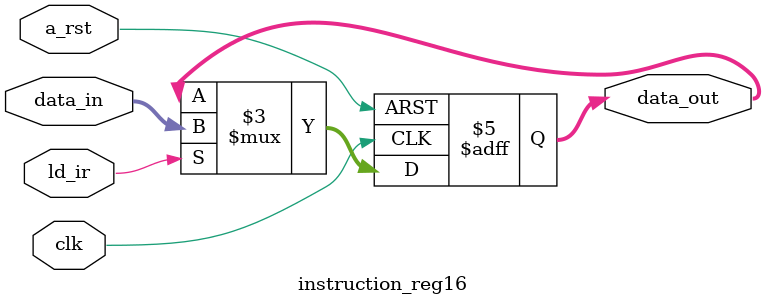
<source format=v>
module instruction_reg16 ( input [15:0] data_in,
									input clk, a_rst, ld_ir,
									output reg [15:0] data_out );
	always @ (posedge clk or posedge a_rst) begin
		if (a_rst) data_out = 4'h0000;
		else if (ld_ir) data_out = data_in;
	end
endmodule
</source>
